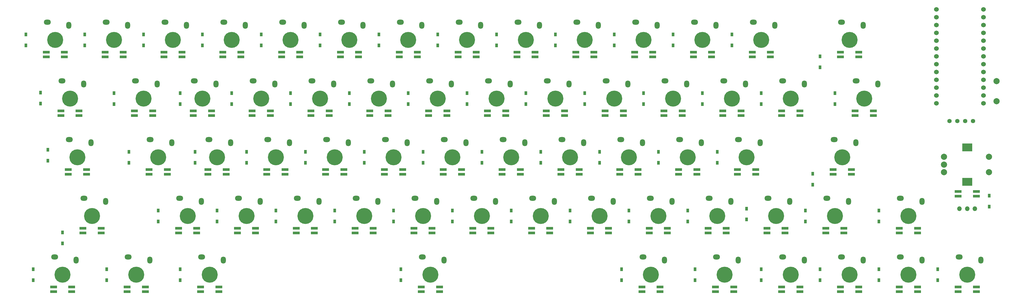
<source format=gbs>
G04 #@! TF.GenerationSoftware,KiCad,Pcbnew,(5.1.12)-1*
G04 #@! TF.CreationDate,2023-09-29T20:02:25+09:00*
G04 #@! TF.ProjectId,JTNK66L,4a544e4b-3636-44c2-9e6b-696361645f70,rev?*
G04 #@! TF.SameCoordinates,Original*
G04 #@! TF.FileFunction,Soldermask,Bot*
G04 #@! TF.FilePolarity,Negative*
%FSLAX46Y46*%
G04 Gerber Fmt 4.6, Leading zero omitted, Abs format (unit mm)*
G04 Created by KiCad (PCBNEW (5.1.12)-1) date 2023-09-29 20:02:25*
%MOMM*%
%LPD*%
G01*
G04 APERTURE LIST*
%ADD10O,1.650000X2.300000*%
%ADD11O,2.300000X1.650000*%
%ADD12C,5.200000*%
%ADD13C,2.000000*%
%ADD14R,3.200000X2.500000*%
%ADD15C,1.524000*%
%ADD16C,1.397000*%
%ADD17R,2.200000X0.820000*%
%ADD18O,1.500000X1.500000*%
%ADD19R,0.950000X1.300000*%
G04 APERTURE END LIST*
D10*
X328250000Y-100075000D03*
D11*
X321250000Y-99025000D03*
D12*
X323850000Y-104775000D03*
D13*
X330850000Y-71556200D03*
X330850000Y-66556200D03*
D14*
X323850000Y-74656200D03*
X323850000Y-63456200D03*
D13*
X316350000Y-71556200D03*
X316350000Y-69056200D03*
X316350000Y-66556200D03*
D15*
X313905400Y-18700800D03*
X329125400Y-18700800D03*
X329125400Y-21240800D03*
X329125400Y-23780800D03*
X329125400Y-26320800D03*
X329125400Y-28860800D03*
X329125400Y-31400800D03*
X329125400Y-33940800D03*
X329125400Y-36480800D03*
X329125400Y-39020800D03*
X329125400Y-41560800D03*
X329125400Y-44100800D03*
X329125400Y-46640800D03*
X329125400Y-49180800D03*
X313905400Y-49180800D03*
X313905400Y-46640800D03*
X313905400Y-44100800D03*
X313905400Y-41560800D03*
X313905400Y-39020800D03*
X313905400Y-36480800D03*
X313905400Y-33940800D03*
X313905400Y-31400800D03*
X313905400Y-28860800D03*
X313905400Y-26320800D03*
X313905400Y-23780800D03*
X313905400Y-21240800D03*
D13*
X333375000Y-48493800D03*
X333375000Y-41993800D03*
D10*
X309200000Y-100075000D03*
D11*
X302200000Y-99025000D03*
D12*
X304800000Y-104775000D03*
D10*
X309200000Y-81025000D03*
D11*
X302200000Y-79975000D03*
D12*
X304800000Y-85725000D03*
D10*
X294912000Y-42925000D03*
D11*
X287912000Y-41875000D03*
D12*
X290512000Y-47625000D03*
D10*
X290150000Y-23875000D03*
D11*
X283150000Y-22825000D03*
D12*
X285750000Y-28575000D03*
D10*
X290150000Y-100075000D03*
D11*
X283150000Y-99025000D03*
D12*
X285750000Y-104775000D03*
D10*
X285388000Y-81025000D03*
D11*
X278388000Y-79975000D03*
D12*
X280988000Y-85725000D03*
D10*
X287769000Y-61975000D03*
D11*
X280769000Y-60925000D03*
D12*
X283369000Y-66675000D03*
D10*
X271100000Y-42925000D03*
D11*
X264100000Y-41875000D03*
D12*
X266700000Y-47625000D03*
D10*
X261575000Y-23875000D03*
D11*
X254575000Y-22825000D03*
D12*
X257175000Y-28575000D03*
D10*
X271100000Y-100075000D03*
D11*
X264100000Y-99025000D03*
D12*
X266700000Y-104775000D03*
D10*
X266338000Y-81025000D03*
D11*
X259338000Y-79975000D03*
D12*
X261938000Y-85725000D03*
D10*
X256812000Y-61975000D03*
D11*
X249812000Y-60925000D03*
D12*
X252412000Y-66675000D03*
D10*
X252050000Y-42925000D03*
D11*
X245050000Y-41875000D03*
D12*
X247650000Y-47625000D03*
D10*
X242525000Y-23875000D03*
D11*
X235525000Y-22825000D03*
D12*
X238125000Y-28575000D03*
D10*
X249669000Y-100075000D03*
D11*
X242669000Y-99025000D03*
D12*
X245269000Y-104775000D03*
D10*
X247288000Y-81025000D03*
D11*
X240288000Y-79975000D03*
D12*
X242888000Y-85725000D03*
D10*
X237762000Y-61975000D03*
D11*
X230762000Y-60925000D03*
D12*
X233362000Y-66675000D03*
D10*
X233000000Y-42925000D03*
D11*
X226000000Y-41875000D03*
D12*
X228600000Y-47625000D03*
D10*
X223475000Y-23875000D03*
D11*
X216475000Y-22825000D03*
D12*
X219075000Y-28575000D03*
D10*
X225856000Y-100075000D03*
D11*
X218856000Y-99025000D03*
D12*
X221456000Y-104775000D03*
D10*
X228238000Y-81025000D03*
D11*
X221238000Y-79975000D03*
D12*
X223838000Y-85725000D03*
D10*
X218712000Y-61975000D03*
D11*
X211712000Y-60925000D03*
D12*
X214312000Y-66675000D03*
D10*
X213950000Y-42925000D03*
D11*
X206950000Y-41875000D03*
D12*
X209550000Y-47625000D03*
D10*
X204425000Y-23875000D03*
D11*
X197425000Y-22825000D03*
D12*
X200025000Y-28575000D03*
D10*
X209188000Y-81025000D03*
D11*
X202188000Y-79975000D03*
D12*
X204788000Y-85725000D03*
D10*
X199662000Y-61975000D03*
D11*
X192662000Y-60925000D03*
D12*
X195262000Y-66675000D03*
D10*
X194900000Y-42925000D03*
D11*
X187900000Y-41875000D03*
D12*
X190500000Y-47625000D03*
D10*
X185375000Y-23875000D03*
D11*
X178375000Y-22825000D03*
D12*
X180975000Y-28575000D03*
D10*
X190138000Y-81025000D03*
D11*
X183138000Y-79975000D03*
D12*
X185738000Y-85725000D03*
D10*
X180612000Y-61975000D03*
D11*
X173612000Y-60925000D03*
D12*
X176212000Y-66675000D03*
D10*
X175850000Y-42925000D03*
D11*
X168850000Y-41875000D03*
D12*
X171450000Y-47625000D03*
D10*
X166325000Y-23875000D03*
D11*
X159325000Y-22825000D03*
D12*
X161925000Y-28575000D03*
D10*
X171088000Y-81025000D03*
D11*
X164088000Y-79975000D03*
D12*
X166688000Y-85725000D03*
D10*
X161562000Y-61975000D03*
D11*
X154562000Y-60925000D03*
D12*
X157162000Y-66675000D03*
D10*
X156800000Y-42925000D03*
D11*
X149800000Y-41875000D03*
D12*
X152400000Y-47625000D03*
D10*
X147275000Y-23875000D03*
D11*
X140275000Y-22825000D03*
D12*
X142875000Y-28575000D03*
D10*
X152038000Y-81025000D03*
D11*
X145038000Y-79975000D03*
D12*
X147638000Y-85725000D03*
D10*
X142512000Y-61975000D03*
D11*
X135512000Y-60925000D03*
D12*
X138112000Y-66675000D03*
D10*
X137750000Y-42925000D03*
D11*
X130750000Y-41875000D03*
D12*
X133350000Y-47625000D03*
D10*
X128225000Y-23875000D03*
D11*
X121225000Y-22825000D03*
D12*
X123825000Y-28575000D03*
D10*
X132988000Y-81025000D03*
D11*
X125988000Y-79975000D03*
D12*
X128588000Y-85725000D03*
D10*
X123462000Y-61975000D03*
D11*
X116462000Y-60925000D03*
D12*
X119062000Y-66675000D03*
D10*
X118700000Y-42925000D03*
D11*
X111700000Y-41875000D03*
D12*
X114300000Y-47625000D03*
D10*
X109175000Y-23875000D03*
D11*
X102175000Y-22825000D03*
D12*
X104775000Y-28575000D03*
D10*
X154419000Y-100075000D03*
D11*
X147419000Y-99025000D03*
D12*
X150019000Y-104775000D03*
D10*
X113938000Y-81025000D03*
D11*
X106938000Y-79975000D03*
D12*
X109538000Y-85725000D03*
D10*
X104412000Y-61975000D03*
D11*
X97412000Y-60925000D03*
D12*
X100012000Y-66675000D03*
D10*
X99650000Y-42925000D03*
D11*
X92650000Y-41875000D03*
D12*
X95250000Y-47625000D03*
D10*
X90125000Y-23875000D03*
D11*
X83125000Y-22825000D03*
D12*
X85725000Y-28575000D03*
D10*
X82981200Y-100075000D03*
D11*
X75981200Y-99025000D03*
D12*
X78581200Y-104775000D03*
D10*
X94887500Y-81025000D03*
D11*
X87887500Y-79975000D03*
D12*
X90487500Y-85725000D03*
D10*
X85362500Y-61975000D03*
D11*
X78362500Y-60925000D03*
D12*
X80962500Y-66675000D03*
D10*
X80600000Y-42925000D03*
D11*
X73600000Y-41875000D03*
D12*
X76200000Y-47625000D03*
D10*
X71075000Y-23875000D03*
D11*
X64075000Y-22825000D03*
D12*
X66675000Y-28575000D03*
D10*
X59168800Y-100075000D03*
D11*
X52168800Y-99025000D03*
D12*
X54768800Y-104775000D03*
D10*
X75837500Y-81025000D03*
D11*
X68837500Y-79975000D03*
D12*
X71437500Y-85725000D03*
D10*
X66312500Y-61975000D03*
D11*
X59312500Y-60925000D03*
D12*
X61912500Y-66675000D03*
D10*
X61550000Y-42925000D03*
D11*
X54550000Y-41875000D03*
D12*
X57150000Y-47625000D03*
D10*
X52025000Y-23875000D03*
D11*
X45025000Y-22825000D03*
D12*
X47625000Y-28575000D03*
D10*
X35356200Y-100075000D03*
D11*
X28356200Y-99025000D03*
D12*
X30956200Y-104775000D03*
D10*
X44881200Y-81025000D03*
D11*
X37881200Y-79975000D03*
D12*
X40481200Y-85725000D03*
D10*
X40118800Y-61975000D03*
D11*
X33118800Y-60925000D03*
D12*
X35718800Y-66675000D03*
D10*
X37737500Y-42925000D03*
D11*
X30737500Y-41875000D03*
D12*
X33337500Y-47625000D03*
D10*
X32975000Y-23875000D03*
D11*
X25975000Y-22825000D03*
D12*
X28575000Y-28575000D03*
D16*
X325730000Y-54950000D03*
X323190000Y-54950000D03*
X320650000Y-54950000D03*
X318110000Y-54950000D03*
D17*
X28006200Y-110288000D03*
X28006200Y-108788000D03*
X33906200Y-108788000D03*
X33906200Y-110288000D03*
X51818800Y-110288000D03*
X51818800Y-108788000D03*
X57718800Y-108788000D03*
X57718800Y-110288000D03*
X37531200Y-91237500D03*
X37531200Y-89737500D03*
X43431200Y-89737500D03*
X43431200Y-91237500D03*
X32768800Y-72187500D03*
X32768800Y-70687500D03*
X38668800Y-70687500D03*
X38668800Y-72187500D03*
X30387500Y-53137500D03*
X30387500Y-51637500D03*
X36287500Y-51637500D03*
X36287500Y-53137500D03*
X25625000Y-34087500D03*
X25625000Y-32587500D03*
X31525000Y-32587500D03*
X31525000Y-34087500D03*
X44675000Y-34087500D03*
X44675000Y-32587500D03*
X50575000Y-32587500D03*
X50575000Y-34087500D03*
X54200000Y-53137500D03*
X54200000Y-51637500D03*
X60100000Y-51637500D03*
X60100000Y-53137500D03*
X58962500Y-72187500D03*
X58962500Y-70687500D03*
X64862500Y-70687500D03*
X64862500Y-72187500D03*
X68487500Y-91237500D03*
X68487500Y-89737500D03*
X74387500Y-89737500D03*
X74387500Y-91237500D03*
X75631200Y-110288000D03*
X75631200Y-108788000D03*
X81531200Y-108788000D03*
X81531200Y-110288000D03*
X87537500Y-91237500D03*
X87537500Y-89737500D03*
X93437500Y-89737500D03*
X93437500Y-91237500D03*
X78012500Y-72187500D03*
X78012500Y-70687500D03*
X83912500Y-70687500D03*
X83912500Y-72187500D03*
X73250000Y-53137500D03*
X73250000Y-51637500D03*
X79150000Y-51637500D03*
X79150000Y-53137500D03*
X63725000Y-34087500D03*
X63725000Y-32587500D03*
X69625000Y-32587500D03*
X69625000Y-34087500D03*
X82775000Y-34087500D03*
X82775000Y-32587500D03*
X88675000Y-32587500D03*
X88675000Y-34087500D03*
X92300000Y-53137500D03*
X92300000Y-51637500D03*
X98200000Y-51637500D03*
X98200000Y-53137500D03*
X97062000Y-72187500D03*
X97062000Y-70687500D03*
X102962000Y-70687500D03*
X102962000Y-72187500D03*
X106588000Y-91237500D03*
X106588000Y-89737500D03*
X112488000Y-89737500D03*
X112488000Y-91237500D03*
X125638000Y-91237500D03*
X125638000Y-89737500D03*
X131538000Y-89737500D03*
X131538000Y-91237500D03*
X116112000Y-72187500D03*
X116112000Y-70687500D03*
X122012000Y-70687500D03*
X122012000Y-72187500D03*
X111350000Y-53137500D03*
X111350000Y-51637500D03*
X117250000Y-51637500D03*
X117250000Y-53137500D03*
X101825000Y-34087500D03*
X101825000Y-32587500D03*
X107725000Y-32587500D03*
X107725000Y-34087500D03*
X120875000Y-34087500D03*
X120875000Y-32587500D03*
X126775000Y-32587500D03*
X126775000Y-34087500D03*
X130400000Y-53137500D03*
X130400000Y-51637500D03*
X136300000Y-51637500D03*
X136300000Y-53137500D03*
X135162000Y-72187500D03*
X135162000Y-70687500D03*
X141062000Y-70687500D03*
X141062000Y-72187500D03*
X144688000Y-91237500D03*
X144688000Y-89737500D03*
X150588000Y-89737500D03*
X150588000Y-91237500D03*
X147069000Y-110288000D03*
X147069000Y-108788000D03*
X152969000Y-108788000D03*
X152969000Y-110288000D03*
X163738000Y-91237500D03*
X163738000Y-89737500D03*
X169638000Y-89737500D03*
X169638000Y-91237500D03*
X154212000Y-72187500D03*
X154212000Y-70687500D03*
X160112000Y-70687500D03*
X160112000Y-72187500D03*
X149450000Y-53137500D03*
X149450000Y-51637500D03*
X155350000Y-51637500D03*
X155350000Y-53137500D03*
X139925000Y-34087500D03*
X139925000Y-32587500D03*
X145825000Y-32587500D03*
X145825000Y-34087500D03*
X158975000Y-34087500D03*
X158975000Y-32587500D03*
X164875000Y-32587500D03*
X164875000Y-34087500D03*
X168500000Y-53137500D03*
X168500000Y-51637500D03*
X174400000Y-51637500D03*
X174400000Y-53137500D03*
X173262000Y-72187500D03*
X173262000Y-70687500D03*
X179162000Y-70687500D03*
X179162000Y-72187500D03*
X182788000Y-91237500D03*
X182788000Y-89737500D03*
X188688000Y-89737500D03*
X188688000Y-91237500D03*
X201838000Y-91237500D03*
X201838000Y-89737500D03*
X207738000Y-89737500D03*
X207738000Y-91237500D03*
X192312000Y-72187500D03*
X192312000Y-70687500D03*
X198212000Y-70687500D03*
X198212000Y-72187500D03*
X187550000Y-53137500D03*
X187550000Y-51637500D03*
X193450000Y-51637500D03*
X193450000Y-53137500D03*
X178025000Y-34087500D03*
X178025000Y-32587500D03*
X183925000Y-32587500D03*
X183925000Y-34087500D03*
X197075000Y-34087500D03*
X197075000Y-32587500D03*
X202975000Y-32587500D03*
X202975000Y-34087500D03*
X206600000Y-53137500D03*
X206600000Y-51637500D03*
X212500000Y-51637500D03*
X212500000Y-53137500D03*
X211362000Y-72187500D03*
X211362000Y-70687500D03*
X217262000Y-70687500D03*
X217262000Y-72187500D03*
X220888000Y-91237500D03*
X220888000Y-89737500D03*
X226788000Y-89737500D03*
X226788000Y-91237500D03*
X218506000Y-110288000D03*
X218506000Y-108788000D03*
X224406000Y-108788000D03*
X224406000Y-110288000D03*
X242319000Y-110288000D03*
X242319000Y-108788000D03*
X248219000Y-108788000D03*
X248219000Y-110288000D03*
X239938000Y-91237500D03*
X239938000Y-89737500D03*
X245838000Y-89737500D03*
X245838000Y-91237500D03*
X230412000Y-72187500D03*
X230412000Y-70687500D03*
X236312000Y-70687500D03*
X236312000Y-72187500D03*
X225650000Y-53137500D03*
X225650000Y-51637500D03*
X231550000Y-51637500D03*
X231550000Y-53137500D03*
X216125000Y-34087500D03*
X216125000Y-32587500D03*
X222025000Y-32587500D03*
X222025000Y-34087500D03*
X235175000Y-34087500D03*
X235175000Y-32587500D03*
X241075000Y-32587500D03*
X241075000Y-34087500D03*
X244700000Y-53137500D03*
X244700000Y-51637500D03*
X250600000Y-51637500D03*
X250600000Y-53137500D03*
X249462000Y-72187500D03*
X249462000Y-70687500D03*
X255362000Y-70687500D03*
X255362000Y-72187500D03*
X258988000Y-91237500D03*
X258988000Y-89737500D03*
X264888000Y-89737500D03*
X264888000Y-91237500D03*
X263750000Y-110288000D03*
X263750000Y-108788000D03*
X269650000Y-108788000D03*
X269650000Y-110288000D03*
X282800000Y-110288000D03*
X282800000Y-108788000D03*
X288700000Y-108788000D03*
X288700000Y-110288000D03*
X278038000Y-91237500D03*
X278038000Y-89737500D03*
X283938000Y-89737500D03*
X283938000Y-91237500D03*
X280419000Y-72187500D03*
X280419000Y-70687500D03*
X286319000Y-70687500D03*
X286319000Y-72187500D03*
X263750000Y-53137500D03*
X263750000Y-51637500D03*
X269650000Y-51637500D03*
X269650000Y-53137500D03*
X254225000Y-34087500D03*
X254225000Y-32587500D03*
X260125000Y-32587500D03*
X260125000Y-34087500D03*
X282800000Y-34087500D03*
X282800000Y-32587500D03*
X288700000Y-32587500D03*
X288700000Y-34087500D03*
X287562000Y-53137500D03*
X287562000Y-51637500D03*
X293462000Y-51637500D03*
X293462000Y-53137500D03*
X301850000Y-91237500D03*
X301850000Y-89737500D03*
X307750000Y-89737500D03*
X307750000Y-91237500D03*
X301850000Y-110288000D03*
X301850000Y-108788000D03*
X307750000Y-108788000D03*
X307750000Y-110288000D03*
X320900000Y-110288000D03*
X320900000Y-108788000D03*
X326800000Y-108788000D03*
X326800000Y-110288000D03*
X320900000Y-79331200D03*
X320900000Y-77831200D03*
X326800000Y-77831200D03*
X326800000Y-79331200D03*
D18*
X321350000Y-83393800D03*
X323850000Y-83393800D03*
X326350000Y-83393800D03*
D19*
X314325000Y-103000000D03*
X314325000Y-106550000D03*
X330994000Y-79187500D03*
X330994000Y-82737500D03*
X295275000Y-103000000D03*
X295275000Y-106550000D03*
X295275000Y-83950000D03*
X295275000Y-87500000D03*
X280988000Y-45850000D03*
X280988000Y-49400000D03*
X276225000Y-33943800D03*
X276225000Y-37493800D03*
X276225000Y-103000000D03*
X276225000Y-106550000D03*
X271462000Y-83950000D03*
X271462000Y-87500000D03*
X273844000Y-72043800D03*
X273844000Y-75593800D03*
X257175000Y-45850000D03*
X257175000Y-49400000D03*
X247650000Y-26800000D03*
X247650000Y-30350000D03*
X257175000Y-103000000D03*
X257175000Y-106550000D03*
X252412000Y-83343800D03*
X252412000Y-86893800D03*
X242888000Y-64900000D03*
X242888000Y-68450000D03*
X238125000Y-45850000D03*
X238125000Y-49400000D03*
X228600000Y-26800000D03*
X228600000Y-30350000D03*
X235744000Y-103000000D03*
X235744000Y-106550000D03*
X233362000Y-83950000D03*
X233362000Y-87500000D03*
X223838000Y-64900000D03*
X223838000Y-68450000D03*
X219075000Y-45850000D03*
X219075000Y-49400000D03*
X209550000Y-26800000D03*
X209550000Y-30350000D03*
X211931000Y-103000000D03*
X211931000Y-106550000D03*
X214312000Y-83950000D03*
X214312000Y-87500000D03*
X204788000Y-64900000D03*
X204788000Y-68450000D03*
X200025000Y-45850000D03*
X200025000Y-49400000D03*
X190500000Y-26800000D03*
X190500000Y-30350000D03*
X195262000Y-83950000D03*
X195262000Y-87500000D03*
X185738000Y-64900000D03*
X185738000Y-68450000D03*
X180975000Y-45850000D03*
X180975000Y-49400000D03*
X171450000Y-26800000D03*
X171450000Y-30350000D03*
X176212000Y-83950000D03*
X176212000Y-87500000D03*
X166688000Y-64900000D03*
X166688000Y-68450000D03*
X161925000Y-45850000D03*
X161925000Y-49400000D03*
X152400000Y-26800000D03*
X152400000Y-30350000D03*
X157162000Y-83950000D03*
X157162000Y-87500000D03*
X147638000Y-64900000D03*
X147638000Y-68450000D03*
X142875000Y-45850000D03*
X142875000Y-49400000D03*
X133350000Y-26800000D03*
X133350000Y-30350000D03*
X138112000Y-83950000D03*
X138112000Y-87500000D03*
X128588000Y-64900000D03*
X128588000Y-68450000D03*
X123825000Y-45850000D03*
X123825000Y-49400000D03*
X114300000Y-26800000D03*
X114300000Y-30350000D03*
X119062000Y-83950000D03*
X119062000Y-87500000D03*
X109538000Y-64900000D03*
X109538000Y-68450000D03*
X104775000Y-45850000D03*
X104775000Y-49400000D03*
X95250000Y-26800000D03*
X95250000Y-30350000D03*
X140494000Y-103000000D03*
X140494000Y-106550000D03*
X100012000Y-83950000D03*
X100012000Y-87500000D03*
X90487500Y-64900000D03*
X90487500Y-68450000D03*
X85725000Y-45850000D03*
X85725000Y-49400000D03*
X76200000Y-26800000D03*
X76200000Y-30350000D03*
X69056200Y-103000000D03*
X69056200Y-106550000D03*
X80962500Y-83950000D03*
X80962500Y-87500000D03*
X73818800Y-64900000D03*
X73818800Y-68450000D03*
X69056200Y-45850000D03*
X69056200Y-49400000D03*
X57150000Y-26800000D03*
X57150000Y-30350000D03*
X45243800Y-103000000D03*
X45243800Y-106550000D03*
X61912500Y-83950000D03*
X61912500Y-87500000D03*
X52387500Y-64900000D03*
X52387500Y-68450000D03*
X47625000Y-45850000D03*
X47625000Y-49400000D03*
X38100000Y-26800000D03*
X38100000Y-30350000D03*
X21431200Y-103000000D03*
X21431200Y-106550000D03*
X30956200Y-91093800D03*
X30956200Y-94643800D03*
X26193800Y-64285000D03*
X26193800Y-67835000D03*
X23812500Y-45685000D03*
X23812500Y-49235000D03*
X19050000Y-26800000D03*
X19050000Y-30350000D03*
M02*

</source>
